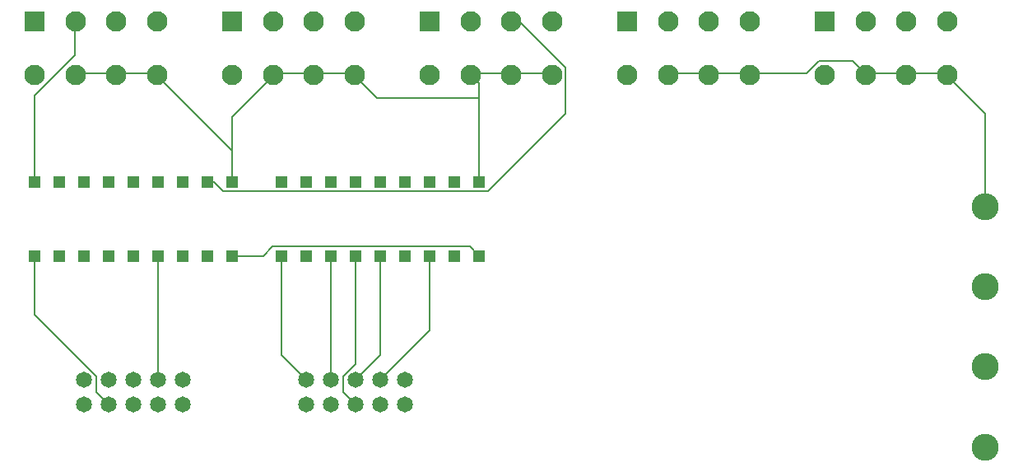
<source format=gbr>
G04 EAGLE Gerber RS-274X export*
G75*
%MOMM*%
%FSLAX34Y34*%
%LPD*%
%INTop Copper*%
%IPPOS*%
%AMOC8*
5,1,8,0,0,1.08239X$1,22.5*%
G01*
G04 Define Apertures*
%ADD10R,2.100000X2.100000*%
%ADD11C,2.100000*%
%ADD12R,1.295400X1.295400*%
%ADD13C,2.781300*%
%ADD14C,1.650000*%
%ADD15C,0.152400*%
D10*
X254000Y762000D03*
D11*
X296000Y762000D03*
X338000Y762000D03*
X380000Y762000D03*
X254000Y707000D03*
X296000Y707000D03*
X338000Y707000D03*
X380000Y707000D03*
D10*
X457200Y762000D03*
D11*
X499200Y762000D03*
X541200Y762000D03*
X583200Y762000D03*
X457200Y707000D03*
X499200Y707000D03*
X541200Y707000D03*
X583200Y707000D03*
D10*
X660400Y762000D03*
D11*
X702400Y762000D03*
X744400Y762000D03*
X786400Y762000D03*
X660400Y707000D03*
X702400Y707000D03*
X744400Y707000D03*
X786400Y707000D03*
D10*
X863600Y762000D03*
D11*
X905600Y762000D03*
X947600Y762000D03*
X989600Y762000D03*
X863600Y707000D03*
X905600Y707000D03*
X947600Y707000D03*
X989600Y707000D03*
D10*
X1066800Y762000D03*
D11*
X1108800Y762000D03*
X1150800Y762000D03*
X1192800Y762000D03*
X1066800Y707000D03*
X1108800Y707000D03*
X1150800Y707000D03*
X1192800Y707000D03*
D12*
X254000Y520700D03*
X279400Y520700D03*
X304800Y520700D03*
X330200Y520700D03*
X355600Y520700D03*
X381000Y520700D03*
X406400Y520700D03*
X431800Y520700D03*
X457200Y520700D03*
X457200Y596900D03*
X431800Y596900D03*
X406400Y596900D03*
X381000Y596900D03*
X355600Y596900D03*
X330200Y596900D03*
X304800Y596900D03*
X279400Y596900D03*
X254000Y596900D03*
X508000Y520700D03*
X533400Y520700D03*
X558800Y520700D03*
X584200Y520700D03*
X609600Y520700D03*
X635000Y520700D03*
X660400Y520700D03*
X685800Y520700D03*
X711200Y520700D03*
X711200Y596900D03*
X685800Y596900D03*
X660400Y596900D03*
X635000Y596900D03*
X609600Y596900D03*
X584200Y596900D03*
X558800Y596900D03*
X533400Y596900D03*
X508000Y596900D03*
D13*
X1231900Y571500D03*
X1231900Y489001D03*
X1231900Y406502D03*
X1231900Y324002D03*
D14*
X304800Y393700D03*
X304800Y368300D03*
X330200Y393700D03*
X330200Y368300D03*
X355600Y393700D03*
X355600Y368300D03*
X381000Y368300D03*
X381000Y393700D03*
X406400Y368300D03*
X406400Y393700D03*
X533400Y393700D03*
X533400Y368300D03*
X558800Y393700D03*
X558800Y368300D03*
X584200Y393700D03*
X584200Y368300D03*
X609600Y368300D03*
X609600Y393700D03*
X635000Y368300D03*
X635000Y393700D03*
D15*
X908050Y708025D02*
X946150Y708025D01*
X908050Y708025D02*
X905600Y707000D01*
X946150Y708025D02*
X947600Y707000D01*
X949325Y708025D02*
X987425Y708025D01*
X989600Y707000D01*
X949325Y708025D02*
X947600Y707000D01*
X1111250Y708025D02*
X1149350Y708025D01*
X1111250Y708025D02*
X1108800Y707000D01*
X1149350Y708025D02*
X1150800Y707000D01*
X1152525Y708025D02*
X1190625Y708025D01*
X1192800Y707000D01*
X1152525Y708025D02*
X1150800Y707000D01*
X1231900Y666750D02*
X1231900Y571500D01*
X1231900Y666750D02*
X1193800Y704850D01*
X1192800Y707000D01*
X1047750Y708025D02*
X990600Y708025D01*
X1047750Y708025D02*
X1060450Y720725D01*
X1095375Y720725D01*
X1108075Y708025D01*
X990600Y708025D02*
X989600Y707000D01*
X1108075Y708025D02*
X1108800Y707000D01*
X784225Y708025D02*
X746125Y708025D01*
X744400Y707000D01*
X784225Y708025D02*
X786400Y707000D01*
X711200Y698500D02*
X711200Y682625D01*
X711200Y596900D01*
X711200Y698500D02*
X704850Y704850D01*
X702400Y707000D01*
X704850Y708025D02*
X742950Y708025D01*
X744400Y707000D01*
X704850Y708025D02*
X702400Y707000D01*
X336550Y708025D02*
X298450Y708025D01*
X296000Y707000D01*
X336550Y708025D02*
X338000Y707000D01*
X339725Y708025D02*
X377825Y708025D01*
X380000Y707000D01*
X339725Y708025D02*
X338000Y707000D01*
X542925Y708025D02*
X581025Y708025D01*
X542925Y708025D02*
X541200Y707000D01*
X581025Y708025D02*
X583200Y707000D01*
X457200Y663575D02*
X457200Y628650D01*
X457200Y596900D01*
X457200Y663575D02*
X498475Y704850D01*
X499200Y707000D01*
X501650Y708025D02*
X539750Y708025D01*
X541200Y707000D01*
X501650Y708025D02*
X499200Y707000D01*
X457200Y628650D02*
X381000Y704850D01*
X380000Y707000D01*
X606425Y682625D02*
X711200Y682625D01*
X606425Y682625D02*
X584200Y704850D01*
X583200Y707000D01*
X488950Y520700D02*
X457200Y520700D01*
X488950Y520700D02*
X498475Y530225D01*
X701675Y530225D01*
X711200Y520700D01*
X254000Y520700D02*
X254000Y460375D01*
X317500Y396875D01*
X317500Y381000D01*
X330200Y368300D01*
X381000Y393700D02*
X381000Y520700D01*
X254000Y596900D02*
X254000Y685800D01*
X295275Y727075D01*
X295275Y762000D01*
X296000Y762000D01*
X431800Y596900D02*
X438150Y596900D01*
X447675Y587375D01*
X720725Y587375D01*
X800100Y666750D01*
X800100Y714375D01*
X752475Y762000D01*
X744400Y762000D01*
X508000Y520700D02*
X508000Y419100D01*
X533400Y393700D01*
X558800Y393700D02*
X558800Y520700D01*
X584200Y520700D02*
X584200Y409575D01*
X571500Y396875D01*
X571500Y381000D01*
X584200Y368300D01*
X609600Y419100D02*
X609600Y520700D01*
X609600Y419100D02*
X584200Y393700D01*
X660400Y444500D02*
X660400Y520700D01*
X660400Y444500D02*
X609600Y393700D01*
M02*

</source>
